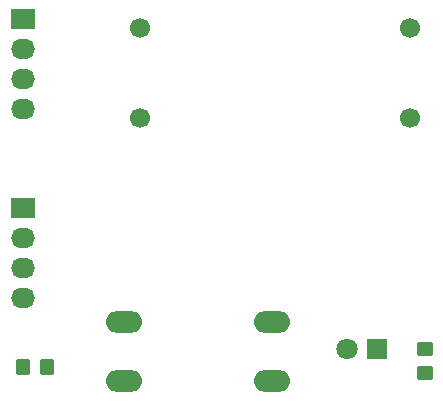
<source format=gbr>
%TF.GenerationSoftware,KiCad,Pcbnew,7.0.9*%
%TF.CreationDate,2024-02-19T15:29:43-08:00*%
%TF.ProjectId,display_rasp,64697370-6c61-4795-9f72-6173702e6b69,rev?*%
%TF.SameCoordinates,Original*%
%TF.FileFunction,Soldermask,Top*%
%TF.FilePolarity,Negative*%
%FSLAX46Y46*%
G04 Gerber Fmt 4.6, Leading zero omitted, Abs format (unit mm)*
G04 Created by KiCad (PCBNEW 7.0.9) date 2024-02-19 15:29:43*
%MOMM*%
%LPD*%
G01*
G04 APERTURE LIST*
G04 Aperture macros list*
%AMRoundRect*
0 Rectangle with rounded corners*
0 $1 Rounding radius*
0 $2 $3 $4 $5 $6 $7 $8 $9 X,Y pos of 4 corners*
0 Add a 4 corners polygon primitive as box body*
4,1,4,$2,$3,$4,$5,$6,$7,$8,$9,$2,$3,0*
0 Add four circle primitives for the rounded corners*
1,1,$1+$1,$2,$3*
1,1,$1+$1,$4,$5*
1,1,$1+$1,$6,$7*
1,1,$1+$1,$8,$9*
0 Add four rect primitives between the rounded corners*
20,1,$1+$1,$2,$3,$4,$5,0*
20,1,$1+$1,$4,$5,$6,$7,0*
20,1,$1+$1,$6,$7,$8,$9,0*
20,1,$1+$1,$8,$9,$2,$3,0*%
G04 Aperture macros list end*
%ADD10RoundRect,0.250000X-0.450000X0.350000X-0.450000X-0.350000X0.450000X-0.350000X0.450000X0.350000X0*%
%ADD11C,1.700000*%
%ADD12O,3.048000X1.850000*%
%ADD13R,1.800000X1.800000*%
%ADD14C,1.800000*%
%ADD15RoundRect,0.250000X-0.350000X-0.450000X0.350000X-0.450000X0.350000X0.450000X-0.350000X0.450000X0*%
%ADD16R,2.030000X1.730000*%
%ADD17O,2.030000X1.730000*%
G04 APERTURE END LIST*
D10*
%TO.C,R1*%
X151638000Y-120396000D03*
X151638000Y-122396000D03*
%TD*%
D11*
%TO.C,M1*%
X150368000Y-93218000D03*
X150368000Y-100838000D03*
X127508000Y-100838000D03*
X127508000Y-93218000D03*
%TD*%
D12*
%TO.C,SW1*%
X126184000Y-118110000D03*
X138684000Y-118110000D03*
X126184000Y-123110000D03*
X138684000Y-123110000D03*
%TD*%
D13*
%TO.C,D1*%
X147574000Y-120396000D03*
D14*
X145034000Y-120396000D03*
%TD*%
D15*
%TO.C,R2*%
X117634000Y-121920000D03*
X119634000Y-121920000D03*
%TD*%
D16*
%TO.C,J1*%
X117602000Y-92456000D03*
D17*
X117602000Y-94996000D03*
X117602000Y-97536000D03*
X117602000Y-100076000D03*
%TD*%
D16*
%TO.C,J2*%
X117602000Y-108458000D03*
D17*
X117602000Y-110998000D03*
X117602000Y-113538000D03*
X117602000Y-116078000D03*
%TD*%
M02*

</source>
